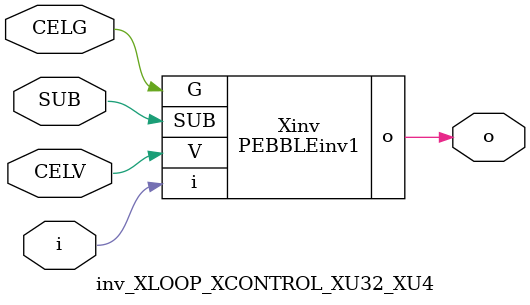
<source format=v>



module PEBBLEinv1 ( o, G, SUB, V, i );

  input V;
  input i;
  input G;
  output o;
  input SUB;
endmodule

//Celera Confidential Do Not Copy inv_XLOOP_XCONTROL_XU32_XU4
//Celera Confidential Symbol Generator
//5V Inverter
module inv_XLOOP_XCONTROL_XU32_XU4 (CELV,CELG,i,o,SUB);
input CELV;
input CELG;
input i;
input SUB;
output o;

//Celera Confidential Do Not Copy inv
PEBBLEinv1 Xinv(
.V (CELV),
.i (i),
.o (o),
.SUB (SUB),
.G (CELG)
);
//,diesize,PEBBLEinv1

//Celera Confidential Do Not Copy Module End
//Celera Schematic Generator
endmodule

</source>
